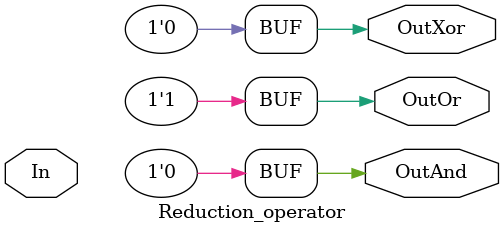
<source format=v>
`timescale 1ns / 1ps


module Reduction_operator(OutAnd, OutOr, OutXor, In);
input [7:0] In;
output OutAnd, OutOr, OutXor;

// logic
assign OutAnd = & 8'b1111_1110;  // reduction AND = Zero
assign OutOr =  | 8'b1111_1010;  // reduction OR = One 
assign OutXor = ^ 8'b1010_1010;  // reduction XOR = One



endmodule

</source>
